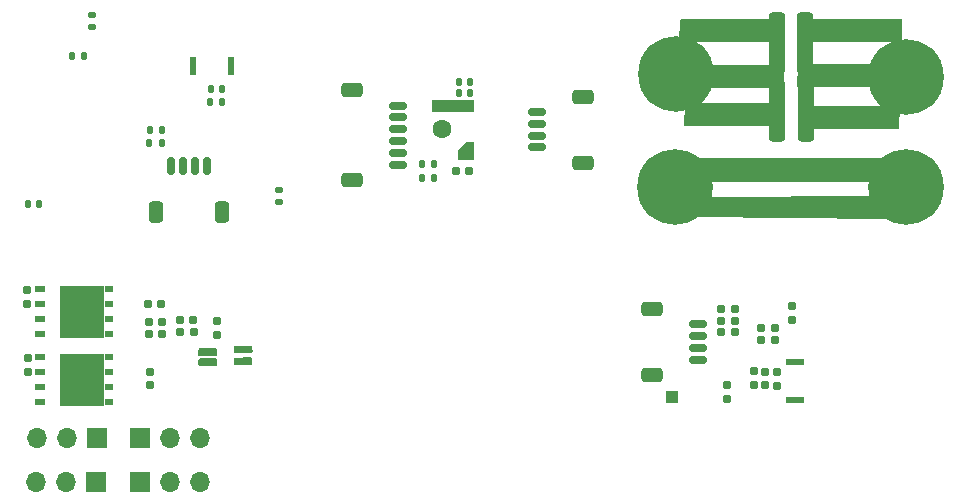
<source format=gbr>
%TF.GenerationSoftware,KiCad,Pcbnew,8.0.5*%
%TF.CreationDate,2024-10-23T07:35:36+02:00*%
%TF.ProjectId,Carte sensors,43617274-6520-4736-956e-736f72732e6b,rev?*%
%TF.SameCoordinates,Original*%
%TF.FileFunction,Soldermask,Bot*%
%TF.FilePolarity,Negative*%
%FSLAX46Y46*%
G04 Gerber Fmt 4.6, Leading zero omitted, Abs format (unit mm)*
G04 Created by KiCad (PCBNEW 8.0.5) date 2024-10-23 07:35:36*
%MOMM*%
%LPD*%
G01*
G04 APERTURE LIST*
G04 Aperture macros list*
%AMRoundRect*
0 Rectangle with rounded corners*
0 $1 Rounding radius*
0 $2 $3 $4 $5 $6 $7 $8 $9 X,Y pos of 4 corners*
0 Add a 4 corners polygon primitive as box body*
4,1,4,$2,$3,$4,$5,$6,$7,$8,$9,$2,$3,0*
0 Add four circle primitives for the rounded corners*
1,1,$1+$1,$2,$3*
1,1,$1+$1,$4,$5*
1,1,$1+$1,$6,$7*
1,1,$1+$1,$8,$9*
0 Add four rect primitives between the rounded corners*
20,1,$1+$1,$2,$3,$4,$5,0*
20,1,$1+$1,$4,$5,$6,$7,0*
20,1,$1+$1,$6,$7,$8,$9,0*
20,1,$1+$1,$8,$9,$2,$3,0*%
%AMOutline5P*
0 Free polygon, 5 corners , with rotation*
0 The origin of the aperture is its center*
0 number of corners: always 5*
0 $1 to $10 corner X, Y*
0 $11 Rotation angle, in degrees counterclockwise*
0 create outline with 5 corners*
4,1,5,$1,$2,$3,$4,$5,$6,$7,$8,$9,$10,$1,$2,$11*%
%AMOutline6P*
0 Free polygon, 6 corners , with rotation*
0 The origin of the aperture is its center*
0 number of corners: always 6*
0 $1 to $12 corner X, Y*
0 $13 Rotation angle, in degrees counterclockwise*
0 create outline with 6 corners*
4,1,6,$1,$2,$3,$4,$5,$6,$7,$8,$9,$10,$11,$12,$1,$2,$13*%
%AMOutline7P*
0 Free polygon, 7 corners , with rotation*
0 The origin of the aperture is its center*
0 number of corners: always 7*
0 $1 to $14 corner X, Y*
0 $15 Rotation angle, in degrees counterclockwise*
0 create outline with 7 corners*
4,1,7,$1,$2,$3,$4,$5,$6,$7,$8,$9,$10,$11,$12,$13,$14,$1,$2,$15*%
%AMOutline8P*
0 Free polygon, 8 corners , with rotation*
0 The origin of the aperture is its center*
0 number of corners: always 8*
0 $1 to $16 corner X, Y*
0 $17 Rotation angle, in degrees counterclockwise*
0 create outline with 8 corners*
4,1,8,$1,$2,$3,$4,$5,$6,$7,$8,$9,$10,$11,$12,$13,$14,$15,$16,$1,$2,$17*%
G04 Aperture macros list end*
%ADD10R,1.000000X1.000000*%
%ADD11R,1.500000X0.550000*%
%ADD12RoundRect,0.160000X0.160000X-0.197500X0.160000X0.197500X-0.160000X0.197500X-0.160000X-0.197500X0*%
%ADD13RoundRect,0.160000X-0.160000X0.197500X-0.160000X-0.197500X0.160000X-0.197500X0.160000X0.197500X0*%
%ADD14RoundRect,0.155000X-0.155000X0.212500X-0.155000X-0.212500X0.155000X-0.212500X0.155000X0.212500X0*%
%ADD15R,1.700000X1.700000*%
%ADD16O,1.700000X1.700000*%
%ADD17C,0.800000*%
%ADD18C,6.400000*%
%ADD19C,1.600000*%
%ADD20RoundRect,0.155000X0.212500X0.155000X-0.212500X0.155000X-0.212500X-0.155000X0.212500X-0.155000X0*%
%ADD21RoundRect,0.135000X0.135000X0.185000X-0.135000X0.185000X-0.135000X-0.185000X0.135000X-0.185000X0*%
%ADD22RoundRect,0.135000X-0.135000X-0.185000X0.135000X-0.185000X0.135000X0.185000X-0.135000X0.185000X0*%
%ADD23RoundRect,0.150000X0.625000X-0.150000X0.625000X0.150000X-0.625000X0.150000X-0.625000X-0.150000X0*%
%ADD24RoundRect,0.250000X0.650000X-0.350000X0.650000X0.350000X-0.650000X0.350000X-0.650000X-0.350000X0*%
%ADD25RoundRect,0.135000X0.185000X-0.135000X0.185000X0.135000X-0.185000X0.135000X-0.185000X-0.135000X0*%
%ADD26RoundRect,0.250000X0.412500X2.350000X-0.412500X2.350000X-0.412500X-2.350000X0.412500X-2.350000X0*%
%ADD27R,0.550000X1.500000*%
%ADD28RoundRect,0.140000X0.140000X0.170000X-0.140000X0.170000X-0.140000X-0.170000X0.140000X-0.170000X0*%
%ADD29RoundRect,0.155000X-0.212500X-0.155000X0.212500X-0.155000X0.212500X0.155000X-0.212500X0.155000X0*%
%ADD30RoundRect,0.135000X-0.185000X0.135000X-0.185000X-0.135000X0.185000X-0.135000X0.185000X0.135000X0*%
%ADD31R,0.850000X0.500000*%
%ADD32R,0.800000X0.600000*%
%ADD33R,3.750000X4.410000*%
%ADD34RoundRect,0.150000X-0.625000X0.150000X-0.625000X-0.150000X0.625000X-0.150000X0.625000X0.150000X0*%
%ADD35RoundRect,0.250000X-0.650000X0.350000X-0.650000X-0.350000X0.650000X-0.350000X0.650000X0.350000X0*%
%ADD36Outline5P,-0.650000X0.100000X0.000000X0.750000X0.650000X0.750000X0.650000X-0.750000X-0.650000X-0.750000X0.000000*%
%ADD37R,3.600000X1.100000*%
%ADD38RoundRect,0.150000X0.150000X0.625000X-0.150000X0.625000X-0.150000X-0.625000X0.150000X-0.625000X0*%
%ADD39RoundRect,0.250000X0.350000X0.650000X-0.350000X0.650000X-0.350000X-0.650000X0.350000X-0.650000X0*%
G04 APERTURE END LIST*
D10*
%TO.C,*%
X204840000Y-127950000D03*
%TD*%
D11*
%TO.C,SW2*%
X215240000Y-128200000D03*
X215240000Y-124950000D03*
%TD*%
D12*
%TO.C,R26*%
X213780000Y-126987500D03*
X213780000Y-125792500D03*
%TD*%
D13*
%TO.C,R23*%
X211780000Y-125762500D03*
X211780000Y-126957500D03*
%TD*%
D14*
%TO.C,C29*%
X212770000Y-125782500D03*
X212770000Y-126917500D03*
%TD*%
D15*
%TO.C,J8*%
X156180000Y-131400000D03*
D16*
X153640000Y-131400000D03*
X151100000Y-131400000D03*
%TD*%
D15*
%TO.C,J7*%
X156125000Y-135130000D03*
D16*
X153585000Y-135130000D03*
X151045000Y-135130000D03*
%TD*%
D17*
%TO.C,H2*%
X202762944Y-100582944D03*
X203465888Y-98885888D03*
X203465888Y-102280000D03*
X205162944Y-98182944D03*
D18*
X205162944Y-100582944D03*
D17*
X205162944Y-102982944D03*
X206860000Y-98885888D03*
X206860000Y-102280000D03*
X207562944Y-100582944D03*
%TD*%
D19*
%TO.C,PA1010D1*%
X185350000Y-105240000D03*
%TD*%
D17*
%TO.C,H1*%
X222280000Y-100830000D03*
X222982944Y-99132944D03*
X222982944Y-102527056D03*
X224680000Y-98430000D03*
D18*
X224680000Y-100830000D03*
D17*
X224680000Y-103230000D03*
X226377056Y-99132944D03*
X226377056Y-102527056D03*
X227080000Y-100830000D03*
%TD*%
%TO.C,H3*%
X222252944Y-110192944D03*
X222955888Y-108495888D03*
X222955888Y-111890000D03*
X224652944Y-107792944D03*
D18*
X224652944Y-110192944D03*
D17*
X224652944Y-112592944D03*
X226350000Y-108495888D03*
X226350000Y-111890000D03*
X227052944Y-110192944D03*
%TD*%
D15*
%TO.C,J10*%
X159835000Y-135130000D03*
D16*
X162375000Y-135130000D03*
X164915000Y-135130000D03*
%TD*%
D15*
%TO.C,J9*%
X159850000Y-131400000D03*
D16*
X162390000Y-131400000D03*
X164930000Y-131400000D03*
%TD*%
D17*
%TO.C,H4*%
X202682944Y-110192944D03*
X203385888Y-108495888D03*
X203385888Y-111890000D03*
X205082944Y-107792944D03*
D18*
X205082944Y-110192944D03*
D17*
X205082944Y-112592944D03*
X206780000Y-108495888D03*
X206780000Y-111890000D03*
X207482944Y-110192944D03*
%TD*%
D12*
%TO.C,R20*%
X150235000Y-120081000D03*
X150235000Y-118886000D03*
%TD*%
%TO.C,R19*%
X215010000Y-121417500D03*
X215010000Y-120222500D03*
%TD*%
D20*
%TO.C,C22*%
X210167500Y-120490000D03*
X209032500Y-120490000D03*
%TD*%
D21*
%TO.C,R3*%
X161670000Y-105370000D03*
X160650000Y-105370000D03*
%TD*%
D22*
%TO.C,R17*%
X183720000Y-108250000D03*
X184740000Y-108250000D03*
%TD*%
D23*
%TO.C,J4*%
X207025000Y-124780000D03*
X207025000Y-123780000D03*
X207025000Y-122780000D03*
X207025000Y-121780000D03*
D24*
X203150000Y-126080000D03*
X203150000Y-120480000D03*
%TD*%
D22*
%TO.C,R5*%
X165760000Y-102990000D03*
X166780000Y-102990000D03*
%TD*%
D25*
%TO.C,R2*%
X155730000Y-96650000D03*
X155730000Y-95630000D03*
%TD*%
D26*
%TO.C,R10*%
X216140000Y-97970000D03*
X213715000Y-97970000D03*
%TD*%
D27*
%TO.C,SW1*%
X167540000Y-99885000D03*
X164290000Y-99885000D03*
%TD*%
D28*
%TO.C,C2*%
X151280000Y-111620000D03*
X150320000Y-111620000D03*
%TD*%
D29*
%TO.C,C10*%
X186542500Y-108800000D03*
X187677500Y-108800000D03*
%TD*%
D30*
%TO.C,R6*%
X171600000Y-110430000D03*
X171600000Y-111450000D03*
%TD*%
D14*
%TO.C,C28*%
X209490000Y-126935000D03*
X209490000Y-128070000D03*
%TD*%
D21*
%TO.C,R4*%
X161640000Y-106460000D03*
X160620000Y-106460000D03*
%TD*%
D20*
%TO.C,C17*%
X161700000Y-122592500D03*
X160565000Y-122592500D03*
%TD*%
D29*
%TO.C,C21*%
X212412500Y-123072500D03*
X213547500Y-123072500D03*
%TD*%
%TO.C,C15*%
X163217500Y-122432500D03*
X164352500Y-122432500D03*
%TD*%
D22*
%TO.C,R18*%
X183700000Y-109420000D03*
X184720000Y-109420000D03*
%TD*%
D28*
%TO.C,C4*%
X187760000Y-102230000D03*
X186800000Y-102230000D03*
%TD*%
D20*
%TO.C,C14*%
X161602500Y-120022500D03*
X160467500Y-120022500D03*
%TD*%
%TO.C,C23*%
X210177500Y-122410000D03*
X209042500Y-122410000D03*
%TD*%
D14*
%TO.C,C26*%
X160625000Y-125795000D03*
X160625000Y-126930000D03*
%TD*%
D20*
%TO.C,C16*%
X161700000Y-121622500D03*
X160565000Y-121622500D03*
%TD*%
D13*
%TO.C,R16*%
X166325000Y-121527500D03*
X166325000Y-122722500D03*
%TD*%
D29*
%TO.C,C20*%
X212412500Y-122092500D03*
X213547500Y-122092500D03*
%TD*%
D26*
%TO.C,R15*%
X216180000Y-103730000D03*
X213755000Y-103730000D03*
%TD*%
D28*
%TO.C,C3*%
X187760000Y-101230000D03*
X186800000Y-101230000D03*
%TD*%
D31*
%TO.C,Q1*%
X151375000Y-128395000D03*
X151375000Y-127125000D03*
X151375000Y-125855000D03*
X151375000Y-124585000D03*
D32*
X157200000Y-124585000D03*
X157200000Y-125855000D03*
X157200000Y-127125000D03*
X157200000Y-128395000D03*
D33*
X154925000Y-126490000D03*
%TD*%
D20*
%TO.C,C24*%
X210167500Y-121460000D03*
X209032500Y-121460000D03*
%TD*%
D12*
%TO.C,R22*%
X150295000Y-125797000D03*
X150295000Y-124602000D03*
%TD*%
D34*
%TO.C,J3*%
X193465000Y-103800000D03*
X193465000Y-104800000D03*
X193465000Y-105800000D03*
X193465000Y-106800000D03*
D35*
X197340000Y-102500000D03*
X197340000Y-108100000D03*
%TD*%
D23*
%TO.C,J2*%
X181650000Y-108260000D03*
X181650000Y-107260000D03*
X181650000Y-106260000D03*
X181650000Y-105260000D03*
X181650000Y-104260000D03*
X181650000Y-103260000D03*
D24*
X177775000Y-109560000D03*
X177775000Y-101960000D03*
%TD*%
D31*
%TO.C,Q2*%
X151345000Y-122635000D03*
X151345000Y-121365000D03*
X151345000Y-120095000D03*
X151345000Y-118825000D03*
D32*
X157170000Y-118825000D03*
X157170000Y-120095000D03*
X157170000Y-121365000D03*
X157170000Y-122635000D03*
D33*
X154895000Y-120730000D03*
%TD*%
D36*
%TO.C,BT1*%
X187440000Y-107080000D03*
D37*
X186290000Y-103290000D03*
%TD*%
D22*
%TO.C,R1*%
X154070000Y-99090000D03*
X155090000Y-99090000D03*
%TD*%
D38*
%TO.C,J1*%
X165460000Y-108420000D03*
X164460000Y-108420000D03*
X163460000Y-108420000D03*
X162460000Y-108420000D03*
D39*
X166760000Y-112295000D03*
X161160000Y-112295000D03*
%TD*%
D29*
%TO.C,C13*%
X163200000Y-121422500D03*
X164335000Y-121422500D03*
%TD*%
D28*
%TO.C,C1*%
X166780000Y-101890000D03*
X165820000Y-101890000D03*
%TD*%
G36*
X169274175Y-124610128D02*
G01*
X169320349Y-124662567D01*
X169331952Y-124713006D01*
X169338025Y-125095597D01*
X169319407Y-125162940D01*
X169267336Y-125209528D01*
X169215591Y-125221555D01*
X167867974Y-125238400D01*
X167800694Y-125219555D01*
X167754282Y-125167327D01*
X167742447Y-125112039D01*
X167749883Y-124723219D01*
X167770845Y-124656568D01*
X167824515Y-124611831D01*
X167872873Y-124601594D01*
X169206981Y-124590978D01*
X169274175Y-124610128D01*
G37*
G36*
X213081618Y-95966052D02*
G01*
X213127442Y-96018796D01*
X213138708Y-96071727D01*
X213121252Y-97773722D01*
X213100881Y-97840556D01*
X213047611Y-97885767D01*
X212997420Y-97896450D01*
X205568692Y-97906123D01*
X205501627Y-97886526D01*
X205455804Y-97833781D01*
X205444611Y-97777675D01*
X205505709Y-96075686D01*
X205527786Y-96009395D01*
X205582197Y-95965564D01*
X205629466Y-95956134D01*
X213014552Y-95946455D01*
X213081618Y-95966052D01*
G37*
G36*
X214254926Y-99825989D02*
G01*
X214321935Y-99845779D01*
X214367607Y-99898654D01*
X214378725Y-99951261D01*
X214361268Y-101653266D01*
X214340897Y-101720100D01*
X214287627Y-101765311D01*
X214237082Y-101775994D01*
X208058338Y-101766385D01*
X207991329Y-101746596D01*
X207945657Y-101693721D01*
X207934611Y-101637937D01*
X207995709Y-99935925D01*
X208017786Y-99869634D01*
X208072197Y-99825803D01*
X208119823Y-99816373D01*
X214254926Y-99825989D01*
G37*
G36*
X213511618Y-103076052D02*
G01*
X213557442Y-103128796D01*
X213568708Y-103181727D01*
X213551252Y-104883722D01*
X213530881Y-104950556D01*
X213477611Y-104995767D01*
X213427420Y-105006450D01*
X205998692Y-105016123D01*
X205931627Y-104996526D01*
X205885804Y-104943781D01*
X205874611Y-104887675D01*
X205935709Y-103185686D01*
X205957786Y-103119395D01*
X206012197Y-103075564D01*
X206059466Y-103066134D01*
X213444552Y-103056455D01*
X213511618Y-103076052D01*
G37*
G36*
X169284175Y-123610128D02*
G01*
X169330349Y-123662567D01*
X169341952Y-123713006D01*
X169348025Y-124095597D01*
X169329407Y-124162940D01*
X169277336Y-124209528D01*
X169225591Y-124221555D01*
X167877974Y-124238400D01*
X167810694Y-124219555D01*
X167764282Y-124167327D01*
X167752447Y-124112039D01*
X167759883Y-123723219D01*
X167780845Y-123656568D01*
X167834515Y-123611831D01*
X167882873Y-123601594D01*
X169216981Y-123590978D01*
X169284175Y-123610128D01*
G37*
G36*
X166294175Y-124680128D02*
G01*
X166340349Y-124732567D01*
X166351952Y-124783006D01*
X166358025Y-125165597D01*
X166339407Y-125232940D01*
X166287336Y-125279528D01*
X166235591Y-125291555D01*
X164887974Y-125308400D01*
X164820694Y-125289555D01*
X164774282Y-125237327D01*
X164762447Y-125182039D01*
X164769883Y-124793219D01*
X164790845Y-124726568D01*
X164844515Y-124681831D01*
X164892873Y-124671594D01*
X166226981Y-124660978D01*
X166294175Y-124680128D01*
G37*
G36*
X166218243Y-123803436D02*
G01*
X166285189Y-123823437D01*
X166330694Y-123876456D01*
X166341643Y-123925498D01*
X166347777Y-124318073D01*
X166329142Y-124385412D01*
X166277059Y-124431986D01*
X166223792Y-124444010D01*
X164876102Y-124444010D01*
X164809063Y-124424325D01*
X164763308Y-124371521D01*
X164752124Y-124317676D01*
X164759634Y-123918806D01*
X164780577Y-123852149D01*
X164834233Y-123807396D01*
X164884197Y-123797141D01*
X166218243Y-123803436D01*
G37*
G36*
X221784675Y-99766010D02*
G01*
X221851684Y-99785800D01*
X221897356Y-99838675D01*
X221908474Y-99891282D01*
X221891017Y-101593287D01*
X221870646Y-101660121D01*
X221817376Y-101705332D01*
X221766831Y-101716015D01*
X215588087Y-101706406D01*
X215521078Y-101686617D01*
X215475406Y-101633742D01*
X215464360Y-101577958D01*
X215525458Y-99875946D01*
X215547535Y-99809655D01*
X215601946Y-99765824D01*
X215649572Y-99756394D01*
X221784675Y-99766010D01*
G37*
G36*
X224081618Y-103316052D02*
G01*
X224127442Y-103368796D01*
X224138708Y-103421727D01*
X224121252Y-105123722D01*
X224100881Y-105190556D01*
X224047611Y-105235767D01*
X223997420Y-105246450D01*
X216568692Y-105256123D01*
X216501627Y-105236526D01*
X216455804Y-105183781D01*
X216444611Y-105127675D01*
X216505709Y-103425686D01*
X216527786Y-103359395D01*
X216582197Y-103315564D01*
X216629466Y-103306134D01*
X224014552Y-103296455D01*
X224081618Y-103316052D01*
G37*
G36*
X224301618Y-95916052D02*
G01*
X224347442Y-95968796D01*
X224358708Y-96021727D01*
X224341252Y-97723722D01*
X224320881Y-97790556D01*
X224267611Y-97835767D01*
X224217420Y-97846450D01*
X216788692Y-97856123D01*
X216721627Y-97836526D01*
X216675804Y-97783781D01*
X216664611Y-97727675D01*
X216725709Y-96025686D01*
X216747786Y-95959395D01*
X216802197Y-95915564D01*
X216849466Y-95906134D01*
X224234552Y-95896455D01*
X224301618Y-95916052D01*
G37*
G36*
X221739958Y-110929685D02*
G01*
X221777169Y-110966045D01*
X222891078Y-112645611D01*
X222911726Y-112712360D01*
X222893010Y-112779677D01*
X222840870Y-112826187D01*
X222786752Y-112838143D01*
X206937873Y-112711973D01*
X206870992Y-112691755D01*
X206825659Y-112638589D01*
X206816267Y-112569353D01*
X206840226Y-112512828D01*
X207933187Y-111078316D01*
X207989474Y-111036920D01*
X208030740Y-111029470D01*
X221672749Y-110910586D01*
X221739958Y-110929685D01*
G37*
G36*
X222848555Y-107690388D02*
G01*
X222894539Y-107742992D01*
X222904784Y-107812107D01*
X222886211Y-107862149D01*
X221706734Y-109692979D01*
X221653879Y-109738675D01*
X221602173Y-109749824D01*
X208036064Y-109714787D01*
X207969075Y-109694929D01*
X207926469Y-109648186D01*
X207024264Y-107920511D01*
X207010680Y-107851974D01*
X207036307Y-107786974D01*
X207093007Y-107746147D01*
X207133639Y-107739113D01*
X222781430Y-107670995D01*
X222848555Y-107690388D01*
G37*
M02*

</source>
